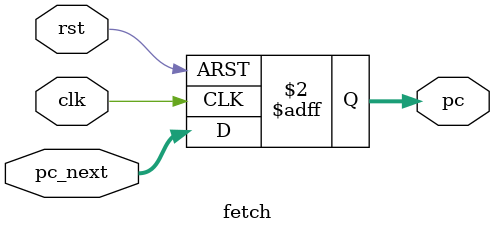
<source format=sv>
module fetch (
    input  logic        clk,
    input  logic        rst,
    input  logic [63:0] pc_next,
    output logic [63:0] pc
);

    always_ff @(posedge clk or posedge rst) begin
        if (rst)
            pc <= 64'h0;
        else
            pc <= pc_next;
    end

endmodule

</source>
